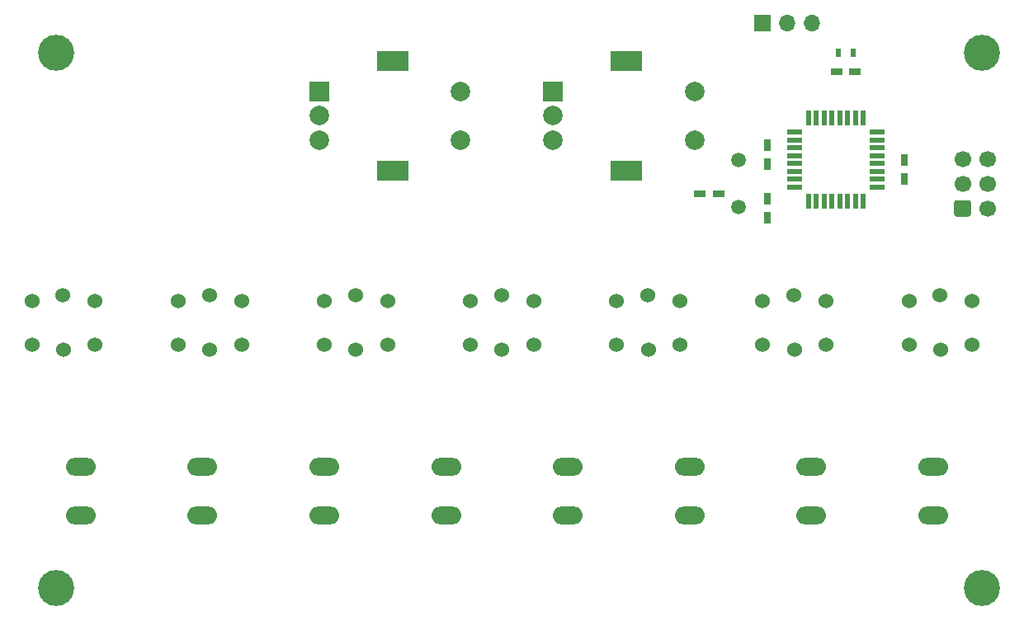
<source format=gts>
G04 #@! TF.GenerationSoftware,KiCad,Pcbnew,(5.1.9)-1*
G04 #@! TF.CreationDate,2021-04-20T14:37:47+02:00*
G04 #@! TF.ProjectId,light-external-controller,6c696768-742d-4657-9874-65726e616c2d,rev?*
G04 #@! TF.SameCoordinates,Original*
G04 #@! TF.FileFunction,Soldermask,Top*
G04 #@! TF.FilePolarity,Negative*
%FSLAX46Y46*%
G04 Gerber Fmt 4.6, Leading zero omitted, Abs format (unit mm)*
G04 Created by KiCad (PCBNEW (5.1.9)-1) date 2021-04-20 14:37:47*
%MOMM*%
%LPD*%
G01*
G04 APERTURE LIST*
%ADD10C,1.524000*%
%ADD11C,1.500000*%
%ADD12R,0.550000X1.600000*%
%ADD13R,1.600000X0.550000*%
%ADD14O,3.048000X1.850000*%
%ADD15R,2.000000X2.000000*%
%ADD16C,2.000000*%
%ADD17R,3.200000X2.000000*%
%ADD18R,0.500000X0.900000*%
%ADD19O,1.700000X1.700000*%
%ADD20R,1.700000X1.700000*%
%ADD21C,1.700000*%
%ADD22C,3.700000*%
%ADD23R,1.200000X0.750000*%
%ADD24R,0.750000X1.200000*%
G04 APERTURE END LIST*
D10*
X115700000Y-114950000D03*
X115750000Y-120550000D03*
X119000000Y-115500000D03*
X112500000Y-115500000D03*
X119000000Y-120000000D03*
X112500000Y-120000000D03*
D11*
X125000000Y-105880000D03*
X125000000Y-101000000D03*
D12*
X132200000Y-96750000D03*
X133000000Y-96750000D03*
X133800000Y-96750000D03*
X134600000Y-96750000D03*
X135400000Y-96750000D03*
X136200000Y-96750000D03*
X137000000Y-96750000D03*
X137800000Y-96750000D03*
D13*
X139250000Y-98200000D03*
X139250000Y-99000000D03*
X139250000Y-99800000D03*
X139250000Y-100600000D03*
X139250000Y-101400000D03*
X139250000Y-102200000D03*
X139250000Y-103000000D03*
X139250000Y-103800000D03*
D12*
X137800000Y-105250000D03*
X137000000Y-105250000D03*
X136200000Y-105250000D03*
X135400000Y-105250000D03*
X134600000Y-105250000D03*
X133800000Y-105250000D03*
X133000000Y-105250000D03*
X132200000Y-105250000D03*
D13*
X130750000Y-103800000D03*
X130750000Y-103000000D03*
X130750000Y-102200000D03*
X130750000Y-101400000D03*
X130750000Y-100600000D03*
X130750000Y-99800000D03*
X130750000Y-99000000D03*
X130750000Y-98200000D03*
D14*
X107500000Y-137500000D03*
X107500000Y-132500000D03*
X120000000Y-137500000D03*
X120000000Y-132500000D03*
X57500000Y-137500000D03*
X57500000Y-132500000D03*
X70000000Y-137500000D03*
X70000000Y-132500000D03*
X132500000Y-137500000D03*
X132500000Y-132500000D03*
X145000000Y-137500000D03*
X145000000Y-132500000D03*
X82500000Y-137500000D03*
X82500000Y-132500000D03*
X95000000Y-137500000D03*
X95000000Y-132500000D03*
D10*
X145700000Y-114950000D03*
X145750000Y-120550000D03*
X149000000Y-115500000D03*
X142500000Y-115500000D03*
X149000000Y-120000000D03*
X142500000Y-120000000D03*
X85700000Y-114950000D03*
X85750000Y-120550000D03*
X89000000Y-115500000D03*
X82500000Y-115500000D03*
X89000000Y-120000000D03*
X82500000Y-120000000D03*
X130700000Y-114950000D03*
X130750000Y-120550000D03*
X134000000Y-115500000D03*
X127500000Y-115500000D03*
X134000000Y-120000000D03*
X127500000Y-120000000D03*
X70700000Y-114950000D03*
X70750000Y-120550000D03*
X74000000Y-115500000D03*
X67500000Y-115500000D03*
X74000000Y-120000000D03*
X67500000Y-120000000D03*
X100700000Y-114950000D03*
X100750000Y-120550000D03*
X104000000Y-115500000D03*
X97500000Y-115500000D03*
X104000000Y-120000000D03*
X97500000Y-120000000D03*
X55700000Y-114950000D03*
X55750000Y-120550000D03*
X59000000Y-115500000D03*
X52500000Y-115500000D03*
X59000000Y-120000000D03*
X52500000Y-120000000D03*
D15*
X106000000Y-94000000D03*
D16*
X106000000Y-96500000D03*
X106000000Y-99000000D03*
D17*
X113500000Y-90900000D03*
X113500000Y-102100000D03*
D16*
X120500000Y-94000000D03*
X120500000Y-99000000D03*
D15*
X82000000Y-94000000D03*
D16*
X82000000Y-96500000D03*
X82000000Y-99000000D03*
D17*
X89500000Y-90900000D03*
X89500000Y-102100000D03*
D16*
X96500000Y-94000000D03*
X96500000Y-99000000D03*
D18*
X136750000Y-90000000D03*
X135250000Y-90000000D03*
D19*
X132540000Y-87000000D03*
X130000000Y-87000000D03*
D20*
X127460000Y-87000000D03*
D21*
X150540000Y-100920000D03*
X150540000Y-103460000D03*
X150540000Y-106000000D03*
X148000000Y-100920000D03*
X148000000Y-103460000D03*
G36*
G01*
X147150000Y-106600000D02*
X147150000Y-105400000D01*
G75*
G02*
X147400000Y-105150000I250000J0D01*
G01*
X148600000Y-105150000D01*
G75*
G02*
X148850000Y-105400000I0J-250000D01*
G01*
X148850000Y-106600000D01*
G75*
G02*
X148600000Y-106850000I-250000J0D01*
G01*
X147400000Y-106850000D01*
G75*
G02*
X147150000Y-106600000I0J250000D01*
G01*
G37*
D22*
X55000000Y-90000000D03*
X55000000Y-145000000D03*
X150000000Y-90000000D03*
X150000000Y-145000000D03*
D23*
X135050000Y-92000000D03*
X136950000Y-92000000D03*
D24*
X128000000Y-101450000D03*
X128000000Y-99550000D03*
X142000000Y-101050000D03*
X142000000Y-102950000D03*
X128000000Y-105050000D03*
X128000000Y-106950000D03*
D23*
X121050000Y-104500000D03*
X122950000Y-104500000D03*
M02*

</source>
